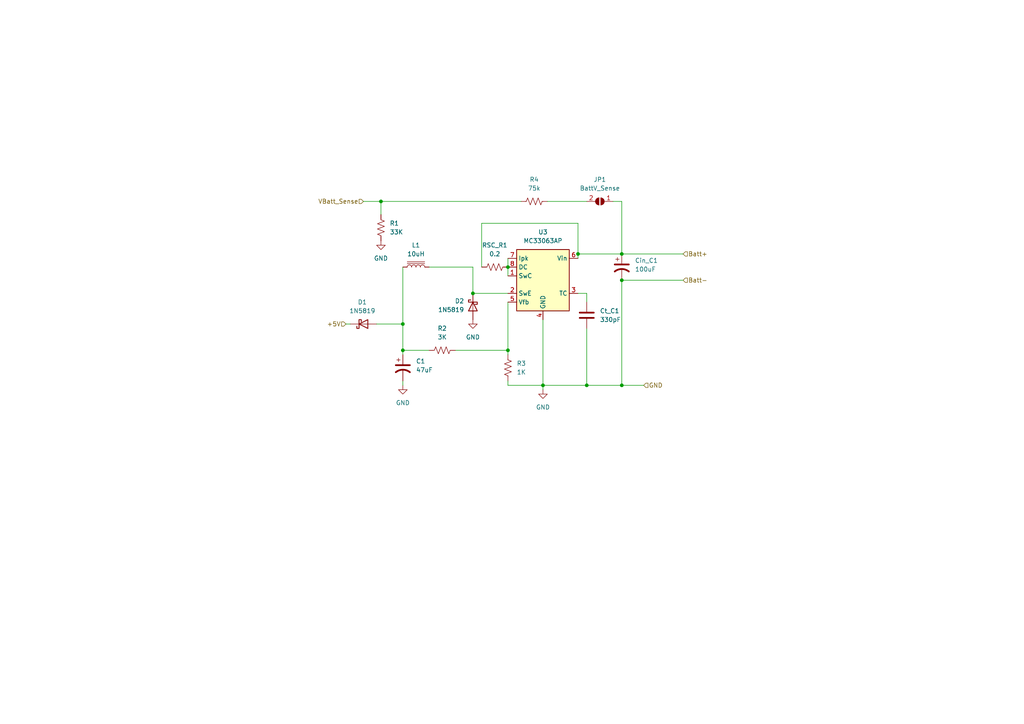
<source format=kicad_sch>
(kicad_sch (version 20231120) (generator "eeschema") (generator_version "8.0")
  (paper "A4")
  (lib_symbols
    (symbol "Device:C" (pin_numbers hide) (pin_names (offset 0.254))
      (property "Reference" "C" (at 0.635 2.54 0))
      (property "Value" "C" (at 0.635 -2.54 0))
      (symbol "C_0_1"
        (polyline (pts (xy -2.032 -0.762) (xy 2.032 -0.762)) (stroke (width 0.508)))
        (polyline (pts (xy -2.032 0.762) (xy 2.032 0.762)) (stroke (width 0.508)))
      )
      (symbol "C_1_1"
        (pin passive line (at 0 3.81 270) (length 2.794) (name "~") (number "1"))
        (pin passive line (at 0 -3.81 90) (length 2.794) (name "~") (number "2"))
      )
    )
    (symbol "Device:C_Polarized_US" (pin_numbers hide) (pin_names (offset 0.254) hide)
      (property "Reference" "C" (at 0.635 2.54 0))
      (property "Value" "C_Polarized_US" (at 0.635 -2.54 0))
      (symbol "C_Polarized_US_0_1"
        (polyline (pts (xy -2.032 0.762) (xy 2.032 0.762)) (stroke (width 0.508)))
        (polyline (pts (xy -1.778 2.286) (xy -0.762 2.286)))
        (polyline (pts (xy -1.27 1.778) (xy -1.27 2.794)))
        (arc (start 2.032 -1.27) (mid 0 -0.5572) (end -2.032 -1.27) (stroke (width 0.508)))
      )
      (symbol "C_Polarized_US_1_1"
        (pin passive line (at 0 3.81 270) (length 2.794) (name "~") (number "1"))
        (pin passive line (at 0 -3.81 90) (length 3.302) (name "~") (number "2"))
      )
    )
    (symbol "Device:L_Iron" (pin_numbers hide) (pin_names (offset 1.016) hide)
      (property "Reference" "L" (at -1.27 0 90))
      (property "Value" "L_Iron" (at 2.794 0 90))
      (symbol "L_Iron_0_1"
        (arc (start 0 -2.54) (mid 0.6323 -1.905) (end 0 -1.27))
        (arc (start 0 -1.27) (mid 0.6323 -0.635) (end 0 0))
        (polyline (pts (xy 1.016 2.54) (xy 1.016 -2.54)))
        (polyline (pts (xy 1.524 -2.54) (xy 1.524 2.54)))
        (arc (start 0 0) (mid 0.6323 0.635) (end 0 1.27))
        (arc (start 0 1.27) (mid 0.6323 1.905) (end 0 2.54))
      )
      (symbol "L_Iron_1_1"
        (pin passive line (at 0 3.81 270) (length 1.27) (name "1") (number "1"))
        (pin passive line (at 0 -3.81 90) (length 1.27) (name "2") (number "2"))
      )
    )
    (symbol "Device:R_US" (pin_numbers hide) (pin_names (offset 0))
      (property "Reference" "R" (at 2.54 0 90))
      (property "Value" "R_US" (at -2.54 0 90))
      (symbol "R_US_0_1"
        (polyline (pts (xy 0 -2.286) (xy 0 -2.54)))
        (polyline (pts (xy 0 2.286) (xy 0 2.54)))
        (polyline (pts (xy 0 -0.762) (xy 1.016 -1.143) (xy 0 -1.524) (xy -1.016 -1.905) (xy 0 -2.286)))
        (polyline (pts (xy 0 0.762) (xy 1.016 0.381) (xy 0 0) (xy -1.016 -0.381) (xy 0 -0.762)))
        (polyline (pts (xy 0 2.286) (xy 1.016 1.905) (xy 0 1.524) (xy -1.016 1.143) (xy 0 0.762)))
      )
      (symbol "R_US_1_1"
        (pin passive line (at 0 3.81 270) (length 1.27) (name "~") (number "1"))
        (pin passive line (at 0 -3.81 90) (length 1.27) (name "~") (number "2"))
      )
    )
    (symbol "Diode:1N5819" (pin_numbers hide) (pin_names (offset 1.016) hide)
      (property "Reference" "D" (at 0 2.54 0))
      (property "Value" "1N5819" (at 0 -2.54 0))
      (symbol "1N5819_0_1"
        (polyline (pts (xy 1.27 0) (xy -1.27 0)))
        (polyline (pts (xy 1.27 1.27) (xy 1.27 -1.27) (xy -1.27 0) (xy 1.27 1.27)) (stroke (width 0.254)))
        (polyline (pts (xy -1.905 0.635) (xy -1.905 1.27) (xy -1.27 1.27) (xy -1.27 -1.27) (xy -0.635 -1.27) (xy -0.635 -0.635)) (stroke (width 0.254)))
      )
      (symbol "1N5819_1_1"
        (pin passive line (at -3.81 0 0) (length 2.54) (name "K") (number "1"))
        (pin passive line (at 3.81 0 180) (length 2.54) (name "A") (number "2"))
      )
    )
    (symbol "Jumper:SolderJumper_2_Open" (pin_names (offset 0) hide)
      (property "Reference" "JP" (at 0 2.032 0))
      (property "Value" "SolderJumper_2_Open" (at 0 -2.54 0))
      (symbol "SolderJumper_2_Open_0_1"
        (arc (start -0.254 1.016) (mid -1.2656 0) (end -0.254 -1.016))
        (arc (start -0.254 1.016) (mid -1.2656 0) (end -0.254 -1.016) (fill (type outline)))
        (polyline (pts (xy -0.254 1.016) (xy -0.254 -1.016)))
        (polyline (pts (xy 0.254 1.016) (xy 0.254 -1.016)))
        (arc (start 0.254 -1.016) (mid 1.2656 0) (end 0.254 1.016))
        (arc (start 0.254 -1.016) (mid 1.2656 0) (end 0.254 1.016) (fill (type outline)))
      )
      (symbol "SolderJumper_2_Open_1_1"
        (pin passive line (at -3.81 0 0) (length 2.54) (name "A") (number "1"))
        (pin passive line (at 3.81 0 180) (length 2.54) (name "B") (number "2"))
      )
    )
    (symbol "Regulator_Switching:MC33063AP"
      (property "Reference" "U" (at -7.62 8.89 0))
      (property "Value" "MC33063AP" (at 0 8.89 0))
      (symbol "MC33063AP_0_1"
        (rectangle (start -7.62 7.62) (end 7.62 -10.16) (stroke (width 0.254)) (fill (type background)))
      )
      (symbol "MC33063AP_1_1"
        (pin open_collector line (at 10.16 0 180) (length 2.54) (name "SwC") (number "1"))
        (pin open_emitter line (at 10.16 -5.08 180) (length 2.54) (name "SwE") (number "2"))
        (pin passive line (at -10.16 -5.08 0) (length 2.54) (name "TC") (number "3"))
        (pin power_in line (at 0 -12.7 90) (length 2.54) (name "GND") (number "4"))
        (pin input line (at 10.16 -7.62 180) (length 2.54) (name "Vfb") (number "5"))
        (pin power_in line (at -10.16 5.08 0) (length 2.54) (name "Vin") (number "6"))
        (pin input line (at 10.16 5.08 180) (length 2.54) (name "Ipk") (number "7"))
        (pin open_collector line (at 10.16 2.54 180) (length 2.54) (name "DC") (number "8"))
      )
    )
    (symbol "power:GND" (power) (pin_names (offset 0))
      (property "Value" "GND" (at 0 -3.81 0))
      (symbol "GND_0_1"
        (polyline (pts (xy 0 0) (xy 0 -1.27) (xy 1.27 -1.27) (xy 0 -2.54) (xy -1.27 -1.27) (xy 0 -1.27)))
      )
      (symbol "GND_1_1"
        (pin power_in line (at 0 0 270) (length 0) hide (name "GND") (number "1"))
      )
    )
  )
  (junction (at 116.84 93.98))
  (junction (at 110.49 58.42))
  (junction (at 170.18 111.76))
  (junction (at 180.34 111.76))
  (junction (at 167.64 73.66))
  (junction (at 147.32 77.47))
  (junction (at 147.32 101.6))
  (junction (at 180.34 73.66))
  (junction (at 116.84 101.6))
  (junction (at 180.34 81.28))
  (junction (at 137.16 85.09))
  (junction (at 157.48 111.76))
  (wire (pts (xy 147.32 110.49) (xy 147.32 111.76)))
  (wire (pts (xy 167.64 73.66) (xy 167.64 74.93)))
  (wire (pts (xy 180.34 58.42) (xy 180.34 73.66)))
  (wire (pts (xy 167.64 85.09) (xy 170.18 85.09)))
  (wire (pts (xy 157.48 92.71) (xy 157.48 111.76)))
  (wire (pts (xy 147.32 102.87) (xy 147.32 101.6)))
  (wire (pts (xy 105.41 58.42) (xy 110.49 58.42)))
  (wire (pts (xy 167.64 64.77) (xy 167.64 73.66)))
  (wire (pts (xy 157.48 111.76) (xy 157.48 113.03)))
  (wire (pts (xy 139.7 77.47) (xy 139.7 64.77)))
  (wire (pts (xy 139.7 64.77) (xy 167.64 64.77)))
  (wire (pts (xy 180.34 111.76) (xy 186.69 111.76)))
  (wire (pts (xy 132.08 101.6) (xy 147.32 101.6)))
  (wire (pts (xy 116.84 110.49) (xy 116.84 111.76)))
  (wire (pts (xy 124.46 101.6) (xy 116.84 101.6)))
  (wire (pts (xy 170.18 95.25) (xy 170.18 111.76)))
  (wire (pts (xy 137.16 77.47) (xy 137.16 85.09)))
  (wire (pts (xy 100.33 93.98) (xy 101.6 93.98)))
  (wire (pts (xy 180.34 81.28) (xy 198.12 81.28)))
  (wire (pts (xy 158.75 58.42) (xy 170.18 58.42)))
  (wire (pts (xy 116.84 101.6) (xy 116.84 102.87)))
  (wire (pts (xy 147.32 87.63) (xy 147.32 101.6)))
  (wire (pts (xy 124.46 77.47) (xy 137.16 77.47)))
  (wire (pts (xy 180.34 81.28) (xy 180.34 111.76)))
  (wire (pts (xy 151.13 58.42) (xy 110.49 58.42)))
  (wire (pts (xy 137.16 85.09) (xy 147.32 85.09)))
  (wire (pts (xy 170.18 85.09) (xy 170.18 87.63)))
  (wire (pts (xy 110.49 58.42) (xy 110.49 62.23)))
  (wire (pts (xy 157.48 111.76) (xy 170.18 111.76)))
  (wire (pts (xy 116.84 77.47) (xy 116.84 93.98)))
  (wire (pts (xy 180.34 73.66) (xy 198.12 73.66)))
  (wire (pts (xy 116.84 101.6) (xy 116.84 93.98)))
  (wire (pts (xy 167.64 73.66) (xy 180.34 73.66)))
  (wire (pts (xy 147.32 111.76) (xy 157.48 111.76)))
  (wire (pts (xy 177.8 58.42) (xy 180.34 58.42)))
  (wire (pts (xy 147.32 74.93) (xy 147.32 77.47)))
  (wire (pts (xy 170.18 111.76) (xy 180.34 111.76)))
  (wire (pts (xy 109.22 93.98) (xy 116.84 93.98)))
  (wire (pts (xy 147.32 77.47) (xy 147.32 80.01)))
  (hierarchical_label "+5V" (shape input) (at 100.33 93.98 180))
  (hierarchical_label "Batt-" (shape input) (at 198.12 81.28 0))
  (hierarchical_label "Batt+" (shape input) (at 198.12 73.66 0))
  (hierarchical_label "GND" (shape input) (at 186.69 111.76 0))
  (hierarchical_label "VBatt_Sense" (shape input) (at 105.41 58.42 180))
  (symbol (lib_id "Device:R_US") (at 128.27 101.6 90) (unit 1)
    (property "Reference" "R2" (at 128.27 95.25 90))
    (property "Value" "3K" (at 128.27 97.79 90))
    (property "Footprint" "Resistor_THT:R_Axial_DIN0207_L6.3mm_D2.5mm_P7.62mm_Horizontal" (effects (hide yes)))
  )
  (symbol (lib_id "Device:R_US") (at 147.32 106.68 0) (unit 1)
    (property "Reference" "R3" (at 149.86 105.41 0) (effects (justify left)))
    (property "Value" "1K" (at 149.86 107.95 0) (effects (justify left)))
    (property "Footprint" "Resistor_THT:R_Axial_DIN0207_L6.3mm_D2.5mm_P7.62mm_Horizontal" (effects (hide yes)))
  )
  (symbol (lib_id "Device:L_Iron") (at 120.65 77.47 270) (mirror x) (unit 1)
    (property "Reference" "L1" (at 120.65 71.12 90))
    (property "Value" "10uH" (at 120.65 73.66 90))
    (property "Footprint" "Inductor_THT:L_Radial_D8.7mm_P5.00mm_Fastron_07HCP" (effects (hide yes)))
  )
  (symbol (lib_id "Diode:1N5819") (at 137.16 88.9 90) (mirror x) (unit 1)
    (property "Reference" "D2" (at 134.62 87.3125 90) (effects (justify left)))
    (property "Value" "1N5819" (at 134.62 89.8525 90) (effects (justify left)))
    (property "Footprint" "Diode_THT:D_DO-41_SOD81_P10.16mm_Horizontal" (effects (hide yes)))
    (property "Datasheet" "http://www.vishay.com/docs/88525/1n5817.pdf" (effects (hide yes)))
  )
  (symbol (lib_id "Device:R_US") (at 154.94 58.42 90) (unit 1)
    (property "Reference" "R4" (at 154.94 52.07 90))
    (property "Value" "75k" (at 154.94 54.61 90))
    (property "Footprint" "Resistor_THT:R_Axial_DIN0309_L9.0mm_D3.2mm_P12.70mm_Horizontal" (effects (hide yes)))
  )
  (symbol (lib_id "Regulator_Switching:MC33063AP") (at 157.48 80.01 0) (mirror y) (unit 1)
    (property "Reference" "U3" (at 157.48 67.31 0))
    (property "Value" "MC33063AP" (at 157.48 69.85 0))
    (property "Footprint" "Package_DIP:DIP-8_W7.62mm" (effects (hide yes)))
    (property "Datasheet" "http://www.onsemi.com/pub_link/Collateral/MC34063A-D.PDF" (effects (hide yes)))
  )
  (symbol (lib_id "power:GND") (at 116.84 111.76 0) (unit 1)
    (property "Reference" "#PWR05" (effects (hide yes)))
    (property "Value" "GND" (at 116.84 116.84 0))
  )
  (symbol (lib_id "power:GND") (at 137.16 92.71 0) (unit 1)
    (property "Reference" "#PWR06" (effects (hide yes)))
    (property "Value" "GND" (at 137.16 97.79 0))
  )
  (symbol (lib_id "power:GND") (at 157.48 113.03 0) (mirror y) (unit 1)
    (property "Reference" "#PWR07" (effects (hide yes)))
    (property "Value" "GND" (at 157.48 118.11 0))
  )
  (symbol (lib_id "Device:C") (at 170.18 91.44 0) (unit 1)
    (property "Reference" "Ct_C1" (at 173.99 90.17 0) (effects (justify left)))
    (property "Value" "330pF" (at 173.99 92.71 0) (effects (justify left)))
    (property "Footprint" "Capacitor_THT:C_Disc_D3.0mm_W1.6mm_P2.50mm" (effects (hide yes)))
  )
  (symbol (lib_id "Device:C_Polarized_US") (at 116.84 106.68 0) (unit 1)
    (property "Reference" "C1" (at 120.65 104.775 0) (effects (justify left)))
    (property "Value" "47uF" (at 120.65 107.315 0) (effects (justify left)))
    (property "Footprint" "Capacitor_THT:CP_Radial_D5.0mm_P2.00mm" (effects (hide yes)))
  )
  (symbol (lib_id "Device:R_US") (at 143.51 77.47 90) (unit 1)
    (property "Reference" "RSC_R1" (at 143.51 71.12 90))
    (property "Value" "0.2" (at 143.51 73.66 90))
    (property "Footprint" "Resistor_THT:R_Axial_DIN0414_L11.9mm_D4.5mm_P15.24mm_Horizontal" (effects (hide yes)))
  )
  (symbol (lib_id "Jumper:SolderJumper_2_Open") (at 173.99 58.42 0) (mirror y) (unit 1) (in_bom no)
    (property "Reference" "JP1" (at 173.99 52.07 0))
    (property "Value" "BattV_Sense" (at 173.99 54.61 0))
    (property "Footprint" "Jumper:SolderJumper-2_P1.3mm_Open_TrianglePad1.0x1.5mm" (effects (hide yes)))
  )
  (symbol (lib_id "power:GND") (at 110.49 69.85 0) (unit 1)
    (property "Reference" "#PWR01" (effects (hide yes)))
    (property "Value" "GND" (at 110.49 74.93 0))
  )
  (symbol (lib_id "Diode:1N5819") (at 105.41 93.98 0) (mirror x) (unit 1)
    (property "Reference" "D1" (at 105.0925 87.63 0))
    (property "Value" "1N5819" (at 105.0925 90.17 0))
    (property "Footprint" "Diode_THT:D_DO-41_SOD81_P10.16mm_Horizontal" (effects (hide yes)))
    (property "Datasheet" "http://www.vishay.com/docs/88525/1n5817.pdf" (effects (hide yes)))
  )
  (symbol (lib_id "Device:R_US") (at 110.49 66.04 180) (unit 1)
    (property "Reference" "R1" (at 113.03 64.77 0) (effects (justify right)))
    (property "Value" "33K" (at 113.03 67.31 0) (effects (justify right)))
    (property "Footprint" "Resistor_THT:R_Axial_DIN0204_L3.6mm_D1.6mm_P5.08mm_Horizontal" (effects (hide yes)))
  )
  (symbol (lib_id "Device:C_Polarized_US") (at 180.34 77.47 0) (unit 1)
    (property "Reference" "Cin_C1" (at 184.15 75.565 0) (effects (justify left)))
    (property "Value" "100uF" (at 184.15 78.105 0) (effects (justify left)))
    (property "Footprint" "Capacitor_THT:CP_Radial_D5.0mm_P2.00mm" (effects (hide yes)))
  )
)
</source>
